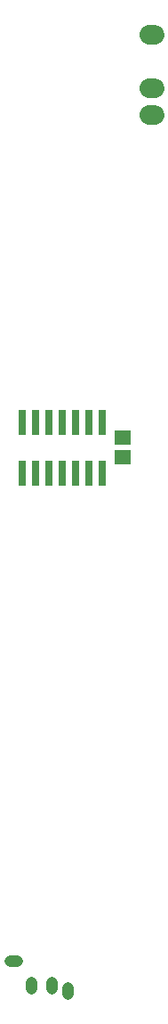
<source format=gbr>
G04 EAGLE Gerber RS-274X export*
G75*
%MOMM*%
%FSLAX34Y34*%
%LPD*%
%INSoldermask Top*%
%IPPOS*%
%AMOC8*
5,1,8,0,0,1.08239X$1,22.5*%
G01*
%ADD10C,1.900000*%
%ADD11C,1.140000*%
%ADD12R,1.627000X1.427000*%
%ADD13R,0.736600X2.413000*%


D10*
X162500Y873850D02*
X167500Y873850D01*
X167500Y899200D02*
X162500Y899200D01*
X162500Y950000D02*
X167500Y950000D01*
D11*
X36250Y70000D02*
X30000Y70000D01*
X50000Y50000D02*
X50000Y43750D01*
X70000Y43750D02*
X70000Y50000D01*
X85000Y45000D02*
X85000Y38750D01*
D12*
X137500Y567000D03*
X137500Y548000D03*
D13*
X118100Y581630D03*
X105400Y581630D03*
X92700Y581630D03*
X80000Y581630D03*
X67300Y581630D03*
X54600Y581630D03*
X41900Y581630D03*
X41900Y533370D03*
X54600Y533370D03*
X67300Y533370D03*
X80000Y533370D03*
X92700Y533370D03*
X105400Y533370D03*
X118100Y533370D03*
M02*

</source>
